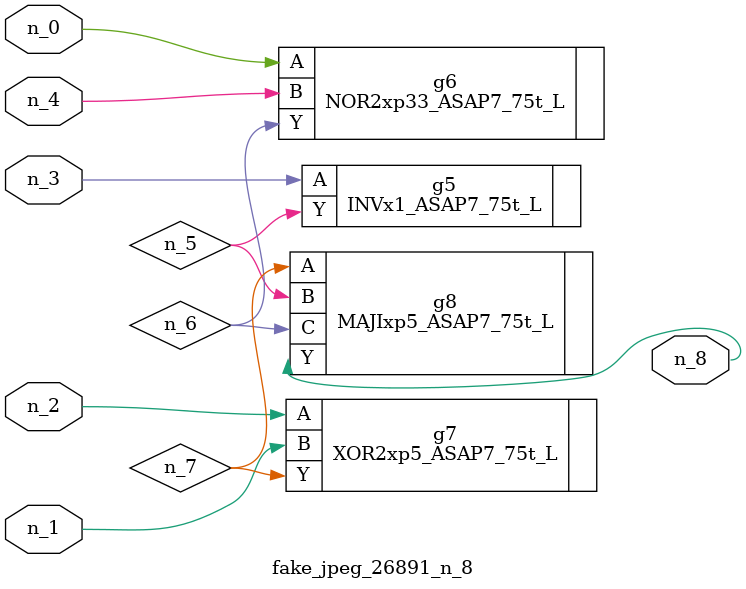
<source format=v>
module fake_jpeg_26891_n_8 (n_3, n_2, n_1, n_0, n_4, n_8);

input n_3;
input n_2;
input n_1;
input n_0;
input n_4;

output n_8;

wire n_6;
wire n_5;
wire n_7;

INVx1_ASAP7_75t_L g5 ( 
.A(n_3),
.Y(n_5)
);

NOR2xp33_ASAP7_75t_L g6 ( 
.A(n_0),
.B(n_4),
.Y(n_6)
);

XOR2xp5_ASAP7_75t_L g7 ( 
.A(n_2),
.B(n_1),
.Y(n_7)
);

MAJIxp5_ASAP7_75t_L g8 ( 
.A(n_7),
.B(n_5),
.C(n_6),
.Y(n_8)
);


endmodule
</source>
